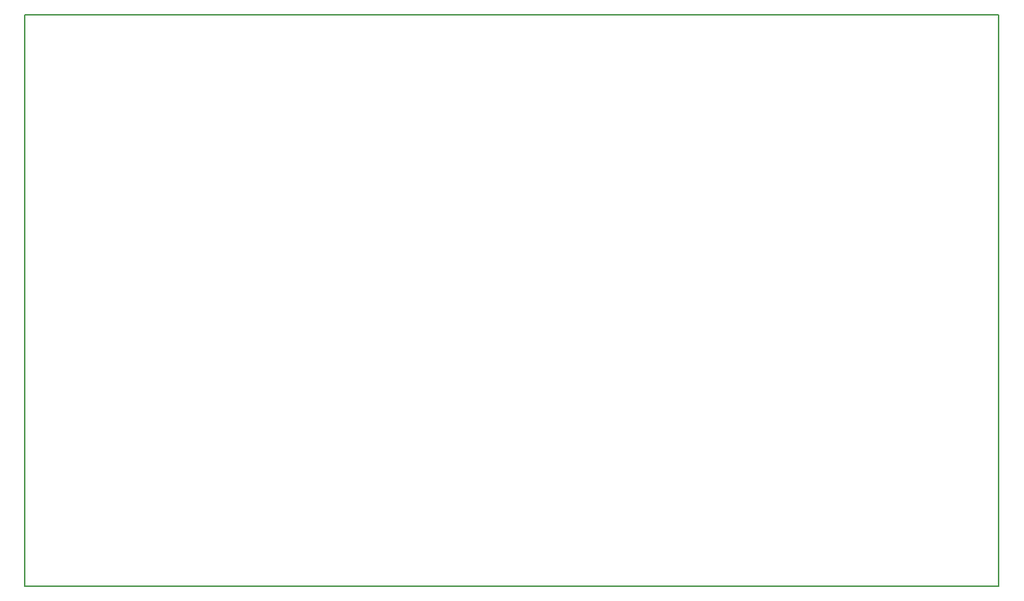
<source format=gbr>
G04 #@! TF.FileFunction,Profile,NP*
%FSLAX46Y46*%
G04 Gerber Fmt 4.6, Leading zero omitted, Abs format (unit mm)*
G04 Created by KiCad (PCBNEW 4.0.5+dfsg1-4) date Fri Jun 28 09:21:59 2019*
%MOMM*%
%LPD*%
G01*
G04 APERTURE LIST*
%ADD10C,0.100000*%
%ADD11C,0.150000*%
G04 APERTURE END LIST*
D10*
D11*
X146050000Y-104140000D02*
X29210000Y-104140000D01*
X146050000Y-35560000D02*
X146050000Y-104140000D01*
X29210000Y-35560000D02*
X146050000Y-35560000D01*
X29210000Y-104140000D02*
X29210000Y-35560000D01*
M02*

</source>
